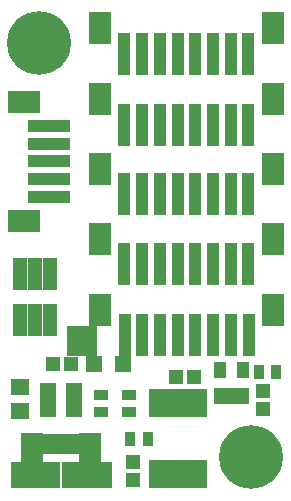
<source format=gts>
G04 #@! TF.FileFunction,Soldermask,Top*
%FSLAX46Y46*%
G04 Gerber Fmt 4.6, Leading zero omitted, Abs format (unit mm)*
G04 Created by KiCad (PCBNEW 4.0.2-stable) date 12/11/2016 19:10:46*
%MOMM*%
G01*
G04 APERTURE LIST*
%ADD10C,0.100000*%
%ADD11R,1.100000X3.600000*%
%ADD12R,1.900000X2.700000*%
%ADD13R,1.050000X1.460000*%
%ADD14R,3.600000X1.100000*%
%ADD15R,2.700000X1.900000*%
%ADD16R,1.460000X1.050000*%
%ADD17R,1.300000X0.900000*%
%ADD18R,0.900000X1.300000*%
%ADD19R,4.900880X2.398980*%
%ADD20R,2.635200X2.635200*%
%ADD21R,1.200000X1.150000*%
%ADD22R,1.150000X1.200000*%
%ADD23R,1.650000X1.400000*%
%ADD24C,5.400000*%
%ADD25R,1.400000X1.400000*%
%ADD26R,0.850000X1.780000*%
%ADD27R,1.875000X2.500000*%
%ADD28R,2.775000X2.300000*%
%ADD29R,1.575000X2.300000*%
%ADD30R,1.160000X2.800000*%
G04 APERTURE END LIST*
D10*
D11*
X154250000Y-40700000D03*
X155750000Y-40700000D03*
X157250000Y-40700000D03*
X158750000Y-40700000D03*
X160250000Y-40700000D03*
D12*
X166800000Y-38550000D03*
X152200000Y-38550000D03*
D11*
X161750000Y-40700000D03*
X163250000Y-40700000D03*
X164750000Y-40700000D03*
D13*
X162350000Y-51900000D03*
X163300000Y-51900000D03*
X164250000Y-51900000D03*
X164250000Y-49700000D03*
X162350000Y-49700000D03*
D11*
X154250000Y-34800000D03*
X155750000Y-34800000D03*
X157250000Y-34800000D03*
X158750000Y-34800000D03*
X160250000Y-34800000D03*
D12*
X166800000Y-32650000D03*
X152200000Y-32650000D03*
D11*
X161750000Y-34800000D03*
X163250000Y-34800000D03*
X164750000Y-34800000D03*
X154250000Y-28900000D03*
X155750000Y-28900000D03*
X157250000Y-28900000D03*
X158750000Y-28900000D03*
X160250000Y-28900000D03*
D12*
X166800000Y-26750000D03*
X152200000Y-26750000D03*
D11*
X161750000Y-28900000D03*
X163250000Y-28900000D03*
X164750000Y-28900000D03*
X154250000Y-22900000D03*
X155750000Y-22900000D03*
X157250000Y-22900000D03*
X158750000Y-22900000D03*
X160250000Y-22900000D03*
D12*
X166800000Y-20750000D03*
X152200000Y-20750000D03*
D11*
X161750000Y-22900000D03*
X163250000Y-22900000D03*
X164750000Y-22900000D03*
D14*
X147900000Y-29000000D03*
X147900000Y-30500000D03*
X147900000Y-32000000D03*
X147900000Y-33500000D03*
X147900000Y-35000000D03*
D15*
X145750000Y-26950000D03*
X145750000Y-37050000D03*
D16*
X147800000Y-51250000D03*
X147800000Y-52200000D03*
X147800000Y-53150000D03*
X150000000Y-53150000D03*
X150000000Y-51250000D03*
X150000000Y-52200000D03*
D17*
X154600000Y-53250000D03*
X154600000Y-51750000D03*
X152300000Y-51750000D03*
X152300000Y-53250000D03*
D18*
X154750000Y-55500000D03*
X156250000Y-55500000D03*
D19*
X158800000Y-52500520D03*
X158800000Y-58500000D03*
D18*
X165600000Y-49800000D03*
X167100000Y-49800000D03*
D20*
X150622000Y-47244000D03*
D21*
X160150000Y-50300000D03*
X158650000Y-50300000D03*
D22*
X155000000Y-57450000D03*
X155000000Y-58950000D03*
D21*
X148200000Y-49200000D03*
X149700000Y-49200000D03*
D23*
X145400000Y-53100000D03*
X145400000Y-51100000D03*
D24*
X147000000Y-22000000D03*
X165000000Y-57000000D03*
D25*
X151650000Y-49200000D03*
X154150000Y-49200000D03*
D26*
X147600000Y-55940000D03*
X148250000Y-55940000D03*
X148900000Y-55940000D03*
X149550000Y-55940000D03*
X150200000Y-55940000D03*
D27*
X146437500Y-56300000D03*
X151362500Y-56300000D03*
D28*
X151812500Y-58600000D03*
D29*
X149737500Y-58600000D03*
X148062500Y-58600000D03*
D28*
X145987500Y-58600000D03*
D30*
X145430000Y-45450000D03*
X145430000Y-41550000D03*
X146700000Y-45450000D03*
X146700000Y-41550000D03*
X147970000Y-45450000D03*
X147970000Y-41550000D03*
D22*
X166000000Y-52950000D03*
X166000000Y-51450000D03*
D11*
X154262000Y-46700000D03*
X155762000Y-46700000D03*
X157262000Y-46700000D03*
X158762000Y-46700000D03*
X160262000Y-46700000D03*
D12*
X166812000Y-44550000D03*
X152212000Y-44550000D03*
D11*
X161762000Y-46700000D03*
X163262000Y-46700000D03*
X164762000Y-46700000D03*
M02*

</source>
